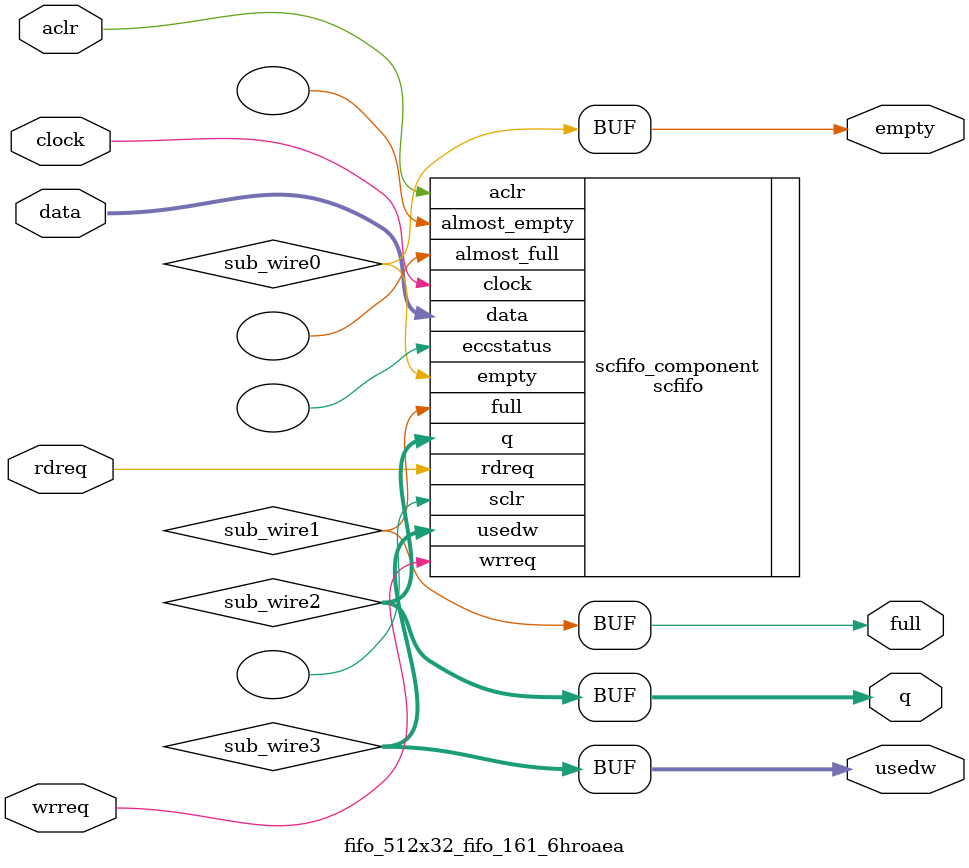
<source format=v>



`timescale 1 ps / 1 ps
// synopsys translate_on
module  fifo_512x32_fifo_161_6hroaea  (
    aclr,
    clock,
    data,
    rdreq,
    wrreq,
    empty,
    full,
    q,
    usedw);

    input    aclr;
    input    clock;
    input  [31:0]  data;
    input    rdreq;
    input    wrreq;
    output   empty;
    output   full;
    output [31:0]  q;
    output [8:0]  usedw;

    wire  sub_wire0;
    wire  sub_wire1;
    wire [31:0] sub_wire2;
    wire [8:0] sub_wire3;
    wire  empty = sub_wire0;
    wire  full = sub_wire1;
    wire [31:0] q = sub_wire2[31:0];
    wire [8:0] usedw = sub_wire3[8:0];

    scfifo  scfifo_component (
                .aclr (aclr),
                .clock (clock),
                .data (data),
                .rdreq (rdreq),
                .wrreq (wrreq),
                .empty (sub_wire0),
                .full (sub_wire1),
                .q (sub_wire2),
                .usedw (sub_wire3),
                .almost_empty (),
                .almost_full (),
                .eccstatus (),
                .sclr ());
    defparam
        scfifo_component.add_ram_output_register  = "OFF",
        scfifo_component.enable_ecc  = "FALSE",
        scfifo_component.intended_device_family  = "Arria 10",
        scfifo_component.lpm_numwords  = 512,
        scfifo_component.lpm_showahead  = "ON",
        scfifo_component.lpm_type  = "scfifo",
        scfifo_component.lpm_width  = 32,
        scfifo_component.lpm_widthu  = 9,
        scfifo_component.overflow_checking  = "ON",
        scfifo_component.underflow_checking  = "ON",
        scfifo_component.use_eab  = "ON";


endmodule



</source>
